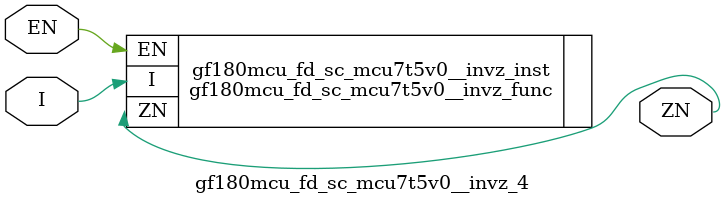
<source format=v>

`ifndef GF180MCU_FD_SC_MCU7T5V0__INVZ_4_V
`define GF180MCU_FD_SC_MCU7T5V0__INVZ_4_V

`include "gf180mcu_fd_sc_mcu7t5v0__invz.v"

`ifdef USE_POWER_PINS
module gf180mcu_fd_sc_mcu7t5v0__invz_4( EN, I, ZN, VDD, VSS );
inout VDD, VSS;
`else // If not USE_POWER_PINS
module gf180mcu_fd_sc_mcu7t5v0__invz_4( EN, I, ZN );
`endif // If not USE_POWER_PINS
input EN, I;
output ZN;

`ifdef USE_POWER_PINS
  gf180mcu_fd_sc_mcu7t5v0__invz_func gf180mcu_fd_sc_mcu7t5v0__invz_inst(.EN(EN),.I(I),.ZN(ZN),.VDD(VDD),.VSS(VSS));
`else // If not USE_POWER_PINS
  gf180mcu_fd_sc_mcu7t5v0__invz_func gf180mcu_fd_sc_mcu7t5v0__invz_inst(.EN(EN),.I(I),.ZN(ZN));
`endif // If not USE_POWER_PINS

`ifndef FUNCTIONAL
	// spec_gates_begin


	// spec_gates_end



   specify

	// specify_block_begin

	// comb arc EN --> ZN
	 (EN => ZN) = (1.0,1.0);

	// comb arc I --> ZN
	 (I => ZN) = (1.0,1.0);

	// specify_block_end

   endspecify

   `endif

endmodule
`endif // GF180MCU_FD_SC_MCU7T5V0__INVZ_4_V

</source>
